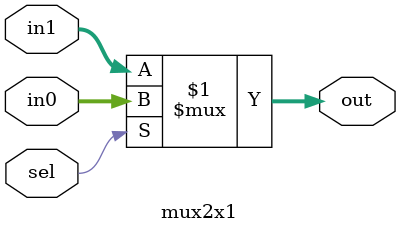
<source format=sv>
`timescale 1ns / 1ps


module mux2x1 # (parameter WIDTH = 4)
    (
        input logic [WIDTH-1:0] in0, 
        input logic [WIDTH-1:0] in1, 
        input logic sel,
        output logic [WIDTH-1:0] out 
    );
    
    assign out = sel ? in0 : in1; 
endmodule

</source>
